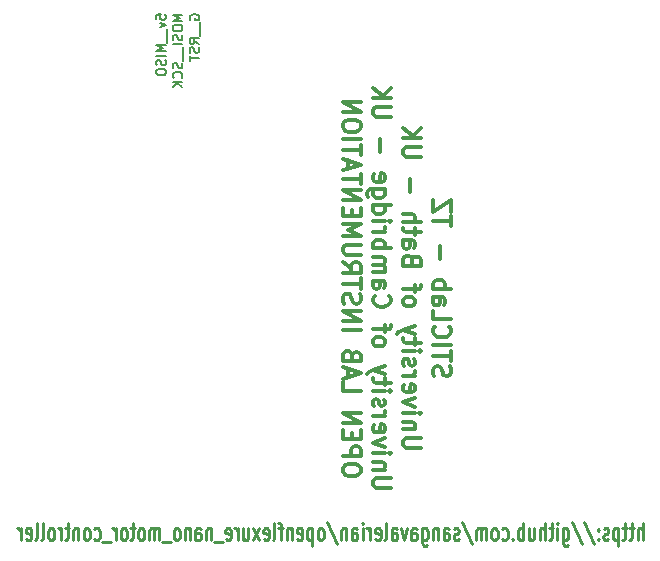
<source format=gbo>
G04 #@! TF.GenerationSoftware,KiCad,Pcbnew,5.1.5-52549c5~84~ubuntu18.04.1*
G04 #@! TF.CreationDate,2020-01-13T18:21:35+00:00*
G04 #@! TF.ProjectId,sangaboard_v0.3,73616e67-6162-46f6-9172-645f76302e33,0.3*
G04 #@! TF.SameCoordinates,Original*
G04 #@! TF.FileFunction,Legend,Bot*
G04 #@! TF.FilePolarity,Positive*
%FSLAX46Y46*%
G04 Gerber Fmt 4.6, Leading zero omitted, Abs format (unit mm)*
G04 Created by KiCad (PCBNEW 5.1.5-52549c5~84~ubuntu18.04.1) date 2020-01-13 18:21:35*
%MOMM*%
%LPD*%
G04 APERTURE LIST*
%ADD10C,0.200000*%
%ADD11C,0.250000*%
%ADD12C,0.300000*%
G04 APERTURE END LIST*
D10*
X119611904Y-47351428D02*
X119611904Y-46970476D01*
X119992857Y-46932380D01*
X119954761Y-46970476D01*
X119916666Y-47046666D01*
X119916666Y-47237142D01*
X119954761Y-47313333D01*
X119992857Y-47351428D01*
X120069047Y-47389523D01*
X120259523Y-47389523D01*
X120335714Y-47351428D01*
X120373809Y-47313333D01*
X120411904Y-47237142D01*
X120411904Y-47046666D01*
X120373809Y-46970476D01*
X120335714Y-46932380D01*
X119878571Y-47656190D02*
X120411904Y-47846666D01*
X119878571Y-48037142D01*
X120488095Y-48151428D02*
X120488095Y-48760952D01*
X120488095Y-48760952D02*
X120488095Y-49370476D01*
X120411904Y-49560952D02*
X119611904Y-49560952D01*
X120183333Y-49827619D01*
X119611904Y-50094285D01*
X120411904Y-50094285D01*
X120411904Y-50475238D02*
X119611904Y-50475238D01*
X120373809Y-50818095D02*
X120411904Y-50932380D01*
X120411904Y-51122857D01*
X120373809Y-51199047D01*
X120335714Y-51237142D01*
X120259523Y-51275238D01*
X120183333Y-51275238D01*
X120107142Y-51237142D01*
X120069047Y-51199047D01*
X120030952Y-51122857D01*
X119992857Y-50970476D01*
X119954761Y-50894285D01*
X119916666Y-50856190D01*
X119840476Y-50818095D01*
X119764285Y-50818095D01*
X119688095Y-50856190D01*
X119650000Y-50894285D01*
X119611904Y-50970476D01*
X119611904Y-51160952D01*
X119650000Y-51275238D01*
X119611904Y-51770476D02*
X119611904Y-51922857D01*
X119650000Y-51999047D01*
X119726190Y-52075238D01*
X119878571Y-52113333D01*
X120145238Y-52113333D01*
X120297619Y-52075238D01*
X120373809Y-51999047D01*
X120411904Y-51922857D01*
X120411904Y-51770476D01*
X120373809Y-51694285D01*
X120297619Y-51618095D01*
X120145238Y-51580000D01*
X119878571Y-51580000D01*
X119726190Y-51618095D01*
X119650000Y-51694285D01*
X119611904Y-51770476D01*
X121811904Y-46970476D02*
X121011904Y-46970476D01*
X121583333Y-47237142D01*
X121011904Y-47503809D01*
X121811904Y-47503809D01*
X121011904Y-48037142D02*
X121011904Y-48189523D01*
X121050000Y-48265714D01*
X121126190Y-48341904D01*
X121278571Y-48380000D01*
X121545238Y-48380000D01*
X121697619Y-48341904D01*
X121773809Y-48265714D01*
X121811904Y-48189523D01*
X121811904Y-48037142D01*
X121773809Y-47960952D01*
X121697619Y-47884761D01*
X121545238Y-47846666D01*
X121278571Y-47846666D01*
X121126190Y-47884761D01*
X121050000Y-47960952D01*
X121011904Y-48037142D01*
X121773809Y-48684761D02*
X121811904Y-48799047D01*
X121811904Y-48989523D01*
X121773809Y-49065714D01*
X121735714Y-49103809D01*
X121659523Y-49141904D01*
X121583333Y-49141904D01*
X121507142Y-49103809D01*
X121469047Y-49065714D01*
X121430952Y-48989523D01*
X121392857Y-48837142D01*
X121354761Y-48760952D01*
X121316666Y-48722857D01*
X121240476Y-48684761D01*
X121164285Y-48684761D01*
X121088095Y-48722857D01*
X121050000Y-48760952D01*
X121011904Y-48837142D01*
X121011904Y-49027619D01*
X121050000Y-49141904D01*
X121811904Y-49484761D02*
X121011904Y-49484761D01*
X121888095Y-49675238D02*
X121888095Y-50284761D01*
X121888095Y-50284761D02*
X121888095Y-50894285D01*
X121773809Y-51046666D02*
X121811904Y-51160952D01*
X121811904Y-51351428D01*
X121773809Y-51427619D01*
X121735714Y-51465714D01*
X121659523Y-51503809D01*
X121583333Y-51503809D01*
X121507142Y-51465714D01*
X121469047Y-51427619D01*
X121430952Y-51351428D01*
X121392857Y-51199047D01*
X121354761Y-51122857D01*
X121316666Y-51084761D01*
X121240476Y-51046666D01*
X121164285Y-51046666D01*
X121088095Y-51084761D01*
X121050000Y-51122857D01*
X121011904Y-51199047D01*
X121011904Y-51389523D01*
X121050000Y-51503809D01*
X121735714Y-52303809D02*
X121773809Y-52265714D01*
X121811904Y-52151428D01*
X121811904Y-52075238D01*
X121773809Y-51960952D01*
X121697619Y-51884761D01*
X121621428Y-51846666D01*
X121469047Y-51808571D01*
X121354761Y-51808571D01*
X121202380Y-51846666D01*
X121126190Y-51884761D01*
X121050000Y-51960952D01*
X121011904Y-52075238D01*
X121011904Y-52151428D01*
X121050000Y-52265714D01*
X121088095Y-52303809D01*
X121811904Y-52646666D02*
X121011904Y-52646666D01*
X121811904Y-53103809D02*
X121354761Y-52760952D01*
X121011904Y-53103809D02*
X121469047Y-52646666D01*
X122450000Y-47389523D02*
X122411904Y-47313333D01*
X122411904Y-47199047D01*
X122450000Y-47084761D01*
X122526190Y-47008571D01*
X122602380Y-46970476D01*
X122754761Y-46932380D01*
X122869047Y-46932380D01*
X123021428Y-46970476D01*
X123097619Y-47008571D01*
X123173809Y-47084761D01*
X123211904Y-47199047D01*
X123211904Y-47275238D01*
X123173809Y-47389523D01*
X123135714Y-47427619D01*
X122869047Y-47427619D01*
X122869047Y-47275238D01*
X123288095Y-47580000D02*
X123288095Y-48189523D01*
X123288095Y-48189523D02*
X123288095Y-48799047D01*
X123211904Y-49446666D02*
X122830952Y-49180000D01*
X123211904Y-48989523D02*
X122411904Y-48989523D01*
X122411904Y-49294285D01*
X122450000Y-49370476D01*
X122488095Y-49408571D01*
X122564285Y-49446666D01*
X122678571Y-49446666D01*
X122754761Y-49408571D01*
X122792857Y-49370476D01*
X122830952Y-49294285D01*
X122830952Y-48989523D01*
X123173809Y-49751428D02*
X123211904Y-49865714D01*
X123211904Y-50056190D01*
X123173809Y-50132380D01*
X123135714Y-50170476D01*
X123059523Y-50208571D01*
X122983333Y-50208571D01*
X122907142Y-50170476D01*
X122869047Y-50132380D01*
X122830952Y-50056190D01*
X122792857Y-49903809D01*
X122754761Y-49827619D01*
X122716666Y-49789523D01*
X122640476Y-49751428D01*
X122564285Y-49751428D01*
X122488095Y-49789523D01*
X122450000Y-49827619D01*
X122411904Y-49903809D01*
X122411904Y-50094285D01*
X122450000Y-50208571D01*
X122411904Y-50437142D02*
X122411904Y-50894285D01*
X123211904Y-50665714D02*
X122411904Y-50665714D01*
D11*
X160774761Y-91478571D02*
X160774761Y-89978571D01*
X160346190Y-91478571D02*
X160346190Y-90692857D01*
X160393809Y-90550000D01*
X160489047Y-90478571D01*
X160631904Y-90478571D01*
X160727142Y-90550000D01*
X160774761Y-90621428D01*
X160012857Y-90478571D02*
X159631904Y-90478571D01*
X159870000Y-89978571D02*
X159870000Y-91264285D01*
X159822380Y-91407142D01*
X159727142Y-91478571D01*
X159631904Y-91478571D01*
X159441428Y-90478571D02*
X159060476Y-90478571D01*
X159298571Y-89978571D02*
X159298571Y-91264285D01*
X159250952Y-91407142D01*
X159155714Y-91478571D01*
X159060476Y-91478571D01*
X158727142Y-90478571D02*
X158727142Y-91978571D01*
X158727142Y-90550000D02*
X158631904Y-90478571D01*
X158441428Y-90478571D01*
X158346190Y-90550000D01*
X158298571Y-90621428D01*
X158250952Y-90764285D01*
X158250952Y-91192857D01*
X158298571Y-91335714D01*
X158346190Y-91407142D01*
X158441428Y-91478571D01*
X158631904Y-91478571D01*
X158727142Y-91407142D01*
X157870000Y-91407142D02*
X157774761Y-91478571D01*
X157584285Y-91478571D01*
X157489047Y-91407142D01*
X157441428Y-91264285D01*
X157441428Y-91192857D01*
X157489047Y-91050000D01*
X157584285Y-90978571D01*
X157727142Y-90978571D01*
X157822380Y-90907142D01*
X157870000Y-90764285D01*
X157870000Y-90692857D01*
X157822380Y-90550000D01*
X157727142Y-90478571D01*
X157584285Y-90478571D01*
X157489047Y-90550000D01*
X157012857Y-91335714D02*
X156965238Y-91407142D01*
X157012857Y-91478571D01*
X157060476Y-91407142D01*
X157012857Y-91335714D01*
X157012857Y-91478571D01*
X157012857Y-90550000D02*
X156965238Y-90621428D01*
X157012857Y-90692857D01*
X157060476Y-90621428D01*
X157012857Y-90550000D01*
X157012857Y-90692857D01*
X155822380Y-89907142D02*
X156679523Y-91835714D01*
X154774761Y-89907142D02*
X155631904Y-91835714D01*
X154012857Y-90478571D02*
X154012857Y-91692857D01*
X154060476Y-91835714D01*
X154108095Y-91907142D01*
X154203333Y-91978571D01*
X154346190Y-91978571D01*
X154441428Y-91907142D01*
X154012857Y-91407142D02*
X154108095Y-91478571D01*
X154298571Y-91478571D01*
X154393809Y-91407142D01*
X154441428Y-91335714D01*
X154489047Y-91192857D01*
X154489047Y-90764285D01*
X154441428Y-90621428D01*
X154393809Y-90550000D01*
X154298571Y-90478571D01*
X154108095Y-90478571D01*
X154012857Y-90550000D01*
X153536666Y-91478571D02*
X153536666Y-90478571D01*
X153536666Y-89978571D02*
X153584285Y-90050000D01*
X153536666Y-90121428D01*
X153489047Y-90050000D01*
X153536666Y-89978571D01*
X153536666Y-90121428D01*
X153203333Y-90478571D02*
X152822380Y-90478571D01*
X153060476Y-89978571D02*
X153060476Y-91264285D01*
X153012857Y-91407142D01*
X152917619Y-91478571D01*
X152822380Y-91478571D01*
X152489047Y-91478571D02*
X152489047Y-89978571D01*
X152060476Y-91478571D02*
X152060476Y-90692857D01*
X152108095Y-90550000D01*
X152203333Y-90478571D01*
X152346190Y-90478571D01*
X152441428Y-90550000D01*
X152489047Y-90621428D01*
X151155714Y-90478571D02*
X151155714Y-91478571D01*
X151584285Y-90478571D02*
X151584285Y-91264285D01*
X151536666Y-91407142D01*
X151441428Y-91478571D01*
X151298571Y-91478571D01*
X151203333Y-91407142D01*
X151155714Y-91335714D01*
X150679523Y-91478571D02*
X150679523Y-89978571D01*
X150679523Y-90550000D02*
X150584285Y-90478571D01*
X150393809Y-90478571D01*
X150298571Y-90550000D01*
X150250952Y-90621428D01*
X150203333Y-90764285D01*
X150203333Y-91192857D01*
X150250952Y-91335714D01*
X150298571Y-91407142D01*
X150393809Y-91478571D01*
X150584285Y-91478571D01*
X150679523Y-91407142D01*
X149774761Y-91335714D02*
X149727142Y-91407142D01*
X149774761Y-91478571D01*
X149822380Y-91407142D01*
X149774761Y-91335714D01*
X149774761Y-91478571D01*
X148870000Y-91407142D02*
X148965238Y-91478571D01*
X149155714Y-91478571D01*
X149250952Y-91407142D01*
X149298571Y-91335714D01*
X149346190Y-91192857D01*
X149346190Y-90764285D01*
X149298571Y-90621428D01*
X149250952Y-90550000D01*
X149155714Y-90478571D01*
X148965238Y-90478571D01*
X148870000Y-90550000D01*
X148298571Y-91478571D02*
X148393809Y-91407142D01*
X148441428Y-91335714D01*
X148489047Y-91192857D01*
X148489047Y-90764285D01*
X148441428Y-90621428D01*
X148393809Y-90550000D01*
X148298571Y-90478571D01*
X148155714Y-90478571D01*
X148060476Y-90550000D01*
X148012857Y-90621428D01*
X147965238Y-90764285D01*
X147965238Y-91192857D01*
X148012857Y-91335714D01*
X148060476Y-91407142D01*
X148155714Y-91478571D01*
X148298571Y-91478571D01*
X147536666Y-91478571D02*
X147536666Y-90478571D01*
X147536666Y-90621428D02*
X147489047Y-90550000D01*
X147393809Y-90478571D01*
X147250952Y-90478571D01*
X147155714Y-90550000D01*
X147108095Y-90692857D01*
X147108095Y-91478571D01*
X147108095Y-90692857D02*
X147060476Y-90550000D01*
X146965238Y-90478571D01*
X146822380Y-90478571D01*
X146727142Y-90550000D01*
X146679523Y-90692857D01*
X146679523Y-91478571D01*
X145489047Y-89907142D02*
X146346190Y-91835714D01*
X145203333Y-91407142D02*
X145108095Y-91478571D01*
X144917619Y-91478571D01*
X144822380Y-91407142D01*
X144774761Y-91264285D01*
X144774761Y-91192857D01*
X144822380Y-91050000D01*
X144917619Y-90978571D01*
X145060476Y-90978571D01*
X145155714Y-90907142D01*
X145203333Y-90764285D01*
X145203333Y-90692857D01*
X145155714Y-90550000D01*
X145060476Y-90478571D01*
X144917619Y-90478571D01*
X144822380Y-90550000D01*
X143917619Y-91478571D02*
X143917619Y-90692857D01*
X143965238Y-90550000D01*
X144060476Y-90478571D01*
X144250952Y-90478571D01*
X144346190Y-90550000D01*
X143917619Y-91407142D02*
X144012857Y-91478571D01*
X144250952Y-91478571D01*
X144346190Y-91407142D01*
X144393809Y-91264285D01*
X144393809Y-91121428D01*
X144346190Y-90978571D01*
X144250952Y-90907142D01*
X144012857Y-90907142D01*
X143917619Y-90835714D01*
X143441428Y-90478571D02*
X143441428Y-91478571D01*
X143441428Y-90621428D02*
X143393809Y-90550000D01*
X143298571Y-90478571D01*
X143155714Y-90478571D01*
X143060476Y-90550000D01*
X143012857Y-90692857D01*
X143012857Y-91478571D01*
X142108095Y-90478571D02*
X142108095Y-91692857D01*
X142155714Y-91835714D01*
X142203333Y-91907142D01*
X142298571Y-91978571D01*
X142441428Y-91978571D01*
X142536666Y-91907142D01*
X142108095Y-91407142D02*
X142203333Y-91478571D01*
X142393809Y-91478571D01*
X142489047Y-91407142D01*
X142536666Y-91335714D01*
X142584285Y-91192857D01*
X142584285Y-90764285D01*
X142536666Y-90621428D01*
X142489047Y-90550000D01*
X142393809Y-90478571D01*
X142203333Y-90478571D01*
X142108095Y-90550000D01*
X141203333Y-91478571D02*
X141203333Y-90692857D01*
X141250952Y-90550000D01*
X141346190Y-90478571D01*
X141536666Y-90478571D01*
X141631904Y-90550000D01*
X141203333Y-91407142D02*
X141298571Y-91478571D01*
X141536666Y-91478571D01*
X141631904Y-91407142D01*
X141679523Y-91264285D01*
X141679523Y-91121428D01*
X141631904Y-90978571D01*
X141536666Y-90907142D01*
X141298571Y-90907142D01*
X141203333Y-90835714D01*
X140822380Y-90478571D02*
X140584285Y-91478571D01*
X140346190Y-90478571D01*
X139536666Y-91478571D02*
X139536666Y-90692857D01*
X139584285Y-90550000D01*
X139679523Y-90478571D01*
X139870000Y-90478571D01*
X139965238Y-90550000D01*
X139536666Y-91407142D02*
X139631904Y-91478571D01*
X139870000Y-91478571D01*
X139965238Y-91407142D01*
X140012857Y-91264285D01*
X140012857Y-91121428D01*
X139965238Y-90978571D01*
X139870000Y-90907142D01*
X139631904Y-90907142D01*
X139536666Y-90835714D01*
X138917619Y-91478571D02*
X139012857Y-91407142D01*
X139060476Y-91264285D01*
X139060476Y-89978571D01*
X138155714Y-91407142D02*
X138250952Y-91478571D01*
X138441428Y-91478571D01*
X138536666Y-91407142D01*
X138584285Y-91264285D01*
X138584285Y-90692857D01*
X138536666Y-90550000D01*
X138441428Y-90478571D01*
X138250952Y-90478571D01*
X138155714Y-90550000D01*
X138108095Y-90692857D01*
X138108095Y-90835714D01*
X138584285Y-90978571D01*
X137679523Y-91478571D02*
X137679523Y-90478571D01*
X137679523Y-90764285D02*
X137631904Y-90621428D01*
X137584285Y-90550000D01*
X137489047Y-90478571D01*
X137393809Y-90478571D01*
X137060476Y-91478571D02*
X137060476Y-90478571D01*
X137060476Y-89978571D02*
X137108095Y-90050000D01*
X137060476Y-90121428D01*
X137012857Y-90050000D01*
X137060476Y-89978571D01*
X137060476Y-90121428D01*
X136155714Y-91478571D02*
X136155714Y-90692857D01*
X136203333Y-90550000D01*
X136298571Y-90478571D01*
X136489047Y-90478571D01*
X136584285Y-90550000D01*
X136155714Y-91407142D02*
X136250952Y-91478571D01*
X136489047Y-91478571D01*
X136584285Y-91407142D01*
X136631904Y-91264285D01*
X136631904Y-91121428D01*
X136584285Y-90978571D01*
X136489047Y-90907142D01*
X136250952Y-90907142D01*
X136155714Y-90835714D01*
X135679523Y-90478571D02*
X135679523Y-91478571D01*
X135679523Y-90621428D02*
X135631904Y-90550000D01*
X135536666Y-90478571D01*
X135393809Y-90478571D01*
X135298571Y-90550000D01*
X135250952Y-90692857D01*
X135250952Y-91478571D01*
X134060476Y-89907142D02*
X134917619Y-91835714D01*
X133584285Y-91478571D02*
X133679523Y-91407142D01*
X133727142Y-91335714D01*
X133774761Y-91192857D01*
X133774761Y-90764285D01*
X133727142Y-90621428D01*
X133679523Y-90550000D01*
X133584285Y-90478571D01*
X133441428Y-90478571D01*
X133346190Y-90550000D01*
X133298571Y-90621428D01*
X133250952Y-90764285D01*
X133250952Y-91192857D01*
X133298571Y-91335714D01*
X133346190Y-91407142D01*
X133441428Y-91478571D01*
X133584285Y-91478571D01*
X132822380Y-90478571D02*
X132822380Y-91978571D01*
X132822380Y-90550000D02*
X132727142Y-90478571D01*
X132536666Y-90478571D01*
X132441428Y-90550000D01*
X132393809Y-90621428D01*
X132346190Y-90764285D01*
X132346190Y-91192857D01*
X132393809Y-91335714D01*
X132441428Y-91407142D01*
X132536666Y-91478571D01*
X132727142Y-91478571D01*
X132822380Y-91407142D01*
X131536666Y-91407142D02*
X131631904Y-91478571D01*
X131822380Y-91478571D01*
X131917619Y-91407142D01*
X131965238Y-91264285D01*
X131965238Y-90692857D01*
X131917619Y-90550000D01*
X131822380Y-90478571D01*
X131631904Y-90478571D01*
X131536666Y-90550000D01*
X131489047Y-90692857D01*
X131489047Y-90835714D01*
X131965238Y-90978571D01*
X131060476Y-90478571D02*
X131060476Y-91478571D01*
X131060476Y-90621428D02*
X131012857Y-90550000D01*
X130917619Y-90478571D01*
X130774761Y-90478571D01*
X130679523Y-90550000D01*
X130631904Y-90692857D01*
X130631904Y-91478571D01*
X130298571Y-90478571D02*
X129917619Y-90478571D01*
X130155714Y-91478571D02*
X130155714Y-90192857D01*
X130108095Y-90050000D01*
X130012857Y-89978571D01*
X129917619Y-89978571D01*
X129441428Y-91478571D02*
X129536666Y-91407142D01*
X129584285Y-91264285D01*
X129584285Y-89978571D01*
X128679523Y-91407142D02*
X128774761Y-91478571D01*
X128965238Y-91478571D01*
X129060476Y-91407142D01*
X129108095Y-91264285D01*
X129108095Y-90692857D01*
X129060476Y-90550000D01*
X128965238Y-90478571D01*
X128774761Y-90478571D01*
X128679523Y-90550000D01*
X128631904Y-90692857D01*
X128631904Y-90835714D01*
X129108095Y-90978571D01*
X128298571Y-91478571D02*
X127774761Y-90478571D01*
X128298571Y-90478571D02*
X127774761Y-91478571D01*
X126965238Y-90478571D02*
X126965238Y-91478571D01*
X127393809Y-90478571D02*
X127393809Y-91264285D01*
X127346190Y-91407142D01*
X127250952Y-91478571D01*
X127108095Y-91478571D01*
X127012857Y-91407142D01*
X126965238Y-91335714D01*
X126489047Y-91478571D02*
X126489047Y-90478571D01*
X126489047Y-90764285D02*
X126441428Y-90621428D01*
X126393809Y-90550000D01*
X126298571Y-90478571D01*
X126203333Y-90478571D01*
X125489047Y-91407142D02*
X125584285Y-91478571D01*
X125774761Y-91478571D01*
X125870000Y-91407142D01*
X125917619Y-91264285D01*
X125917619Y-90692857D01*
X125870000Y-90550000D01*
X125774761Y-90478571D01*
X125584285Y-90478571D01*
X125489047Y-90550000D01*
X125441428Y-90692857D01*
X125441428Y-90835714D01*
X125917619Y-90978571D01*
X125250952Y-91621428D02*
X124489047Y-91621428D01*
X124250952Y-90478571D02*
X124250952Y-91478571D01*
X124250952Y-90621428D02*
X124203333Y-90550000D01*
X124108095Y-90478571D01*
X123965238Y-90478571D01*
X123870000Y-90550000D01*
X123822380Y-90692857D01*
X123822380Y-91478571D01*
X122917619Y-91478571D02*
X122917619Y-90692857D01*
X122965238Y-90550000D01*
X123060476Y-90478571D01*
X123250952Y-90478571D01*
X123346190Y-90550000D01*
X122917619Y-91407142D02*
X123012857Y-91478571D01*
X123250952Y-91478571D01*
X123346190Y-91407142D01*
X123393809Y-91264285D01*
X123393809Y-91121428D01*
X123346190Y-90978571D01*
X123250952Y-90907142D01*
X123012857Y-90907142D01*
X122917619Y-90835714D01*
X122441428Y-90478571D02*
X122441428Y-91478571D01*
X122441428Y-90621428D02*
X122393809Y-90550000D01*
X122298571Y-90478571D01*
X122155714Y-90478571D01*
X122060476Y-90550000D01*
X122012857Y-90692857D01*
X122012857Y-91478571D01*
X121393809Y-91478571D02*
X121489047Y-91407142D01*
X121536666Y-91335714D01*
X121584285Y-91192857D01*
X121584285Y-90764285D01*
X121536666Y-90621428D01*
X121489047Y-90550000D01*
X121393809Y-90478571D01*
X121250952Y-90478571D01*
X121155714Y-90550000D01*
X121108095Y-90621428D01*
X121060476Y-90764285D01*
X121060476Y-91192857D01*
X121108095Y-91335714D01*
X121155714Y-91407142D01*
X121250952Y-91478571D01*
X121393809Y-91478571D01*
X120870000Y-91621428D02*
X120108095Y-91621428D01*
X119870000Y-91478571D02*
X119870000Y-90478571D01*
X119870000Y-90621428D02*
X119822380Y-90550000D01*
X119727142Y-90478571D01*
X119584285Y-90478571D01*
X119489047Y-90550000D01*
X119441428Y-90692857D01*
X119441428Y-91478571D01*
X119441428Y-90692857D02*
X119393809Y-90550000D01*
X119298571Y-90478571D01*
X119155714Y-90478571D01*
X119060476Y-90550000D01*
X119012857Y-90692857D01*
X119012857Y-91478571D01*
X118393809Y-91478571D02*
X118489047Y-91407142D01*
X118536666Y-91335714D01*
X118584285Y-91192857D01*
X118584285Y-90764285D01*
X118536666Y-90621428D01*
X118489047Y-90550000D01*
X118393809Y-90478571D01*
X118250952Y-90478571D01*
X118155714Y-90550000D01*
X118108095Y-90621428D01*
X118060476Y-90764285D01*
X118060476Y-91192857D01*
X118108095Y-91335714D01*
X118155714Y-91407142D01*
X118250952Y-91478571D01*
X118393809Y-91478571D01*
X117774761Y-90478571D02*
X117393809Y-90478571D01*
X117631904Y-89978571D02*
X117631904Y-91264285D01*
X117584285Y-91407142D01*
X117489047Y-91478571D01*
X117393809Y-91478571D01*
X116917619Y-91478571D02*
X117012857Y-91407142D01*
X117060476Y-91335714D01*
X117108095Y-91192857D01*
X117108095Y-90764285D01*
X117060476Y-90621428D01*
X117012857Y-90550000D01*
X116917619Y-90478571D01*
X116774761Y-90478571D01*
X116679523Y-90550000D01*
X116631904Y-90621428D01*
X116584285Y-90764285D01*
X116584285Y-91192857D01*
X116631904Y-91335714D01*
X116679523Y-91407142D01*
X116774761Y-91478571D01*
X116917619Y-91478571D01*
X116155714Y-91478571D02*
X116155714Y-90478571D01*
X116155714Y-90764285D02*
X116108095Y-90621428D01*
X116060476Y-90550000D01*
X115965238Y-90478571D01*
X115870000Y-90478571D01*
X115774761Y-91621428D02*
X115012857Y-91621428D01*
X114346190Y-91407142D02*
X114441428Y-91478571D01*
X114631904Y-91478571D01*
X114727142Y-91407142D01*
X114774761Y-91335714D01*
X114822380Y-91192857D01*
X114822380Y-90764285D01*
X114774761Y-90621428D01*
X114727142Y-90550000D01*
X114631904Y-90478571D01*
X114441428Y-90478571D01*
X114346190Y-90550000D01*
X113774761Y-91478571D02*
X113870000Y-91407142D01*
X113917619Y-91335714D01*
X113965238Y-91192857D01*
X113965238Y-90764285D01*
X113917619Y-90621428D01*
X113870000Y-90550000D01*
X113774761Y-90478571D01*
X113631904Y-90478571D01*
X113536666Y-90550000D01*
X113489047Y-90621428D01*
X113441428Y-90764285D01*
X113441428Y-91192857D01*
X113489047Y-91335714D01*
X113536666Y-91407142D01*
X113631904Y-91478571D01*
X113774761Y-91478571D01*
X113012857Y-90478571D02*
X113012857Y-91478571D01*
X113012857Y-90621428D02*
X112965238Y-90550000D01*
X112870000Y-90478571D01*
X112727142Y-90478571D01*
X112631904Y-90550000D01*
X112584285Y-90692857D01*
X112584285Y-91478571D01*
X112250952Y-90478571D02*
X111870000Y-90478571D01*
X112108095Y-89978571D02*
X112108095Y-91264285D01*
X112060476Y-91407142D01*
X111965238Y-91478571D01*
X111870000Y-91478571D01*
X111536666Y-91478571D02*
X111536666Y-90478571D01*
X111536666Y-90764285D02*
X111489047Y-90621428D01*
X111441428Y-90550000D01*
X111346190Y-90478571D01*
X111250952Y-90478571D01*
X110774761Y-91478571D02*
X110870000Y-91407142D01*
X110917619Y-91335714D01*
X110965238Y-91192857D01*
X110965238Y-90764285D01*
X110917619Y-90621428D01*
X110870000Y-90550000D01*
X110774761Y-90478571D01*
X110631904Y-90478571D01*
X110536666Y-90550000D01*
X110489047Y-90621428D01*
X110441428Y-90764285D01*
X110441428Y-91192857D01*
X110489047Y-91335714D01*
X110536666Y-91407142D01*
X110631904Y-91478571D01*
X110774761Y-91478571D01*
X109870000Y-91478571D02*
X109965238Y-91407142D01*
X110012857Y-91264285D01*
X110012857Y-89978571D01*
X109346190Y-91478571D02*
X109441428Y-91407142D01*
X109489047Y-91264285D01*
X109489047Y-89978571D01*
X108584285Y-91407142D02*
X108679523Y-91478571D01*
X108870000Y-91478571D01*
X108965238Y-91407142D01*
X109012857Y-91264285D01*
X109012857Y-90692857D01*
X108965238Y-90550000D01*
X108870000Y-90478571D01*
X108679523Y-90478571D01*
X108584285Y-90550000D01*
X108536666Y-90692857D01*
X108536666Y-90835714D01*
X109012857Y-90978571D01*
X108108095Y-91478571D02*
X108108095Y-90478571D01*
X108108095Y-90764285D02*
X108060476Y-90621428D01*
X108012857Y-90550000D01*
X107917619Y-90478571D01*
X107822380Y-90478571D01*
D12*
X143117857Y-77598571D02*
X143046428Y-77384285D01*
X143046428Y-77027142D01*
X143117857Y-76884285D01*
X143189285Y-76812857D01*
X143332142Y-76741428D01*
X143475000Y-76741428D01*
X143617857Y-76812857D01*
X143689285Y-76884285D01*
X143760714Y-77027142D01*
X143832142Y-77312857D01*
X143903571Y-77455714D01*
X143975000Y-77527142D01*
X144117857Y-77598571D01*
X144260714Y-77598571D01*
X144403571Y-77527142D01*
X144475000Y-77455714D01*
X144546428Y-77312857D01*
X144546428Y-76955714D01*
X144475000Y-76741428D01*
X144546428Y-76312857D02*
X144546428Y-75455714D01*
X143046428Y-75884285D02*
X144546428Y-75884285D01*
X143046428Y-74955714D02*
X144546428Y-74955714D01*
X143189285Y-73384285D02*
X143117857Y-73455714D01*
X143046428Y-73670000D01*
X143046428Y-73812857D01*
X143117857Y-74027142D01*
X143260714Y-74170000D01*
X143403571Y-74241428D01*
X143689285Y-74312857D01*
X143903571Y-74312857D01*
X144189285Y-74241428D01*
X144332142Y-74170000D01*
X144475000Y-74027142D01*
X144546428Y-73812857D01*
X144546428Y-73670000D01*
X144475000Y-73455714D01*
X144403571Y-73384285D01*
X143046428Y-72027142D02*
X143046428Y-72741428D01*
X144546428Y-72741428D01*
X143046428Y-70884285D02*
X143832142Y-70884285D01*
X143975000Y-70955714D01*
X144046428Y-71098571D01*
X144046428Y-71384285D01*
X143975000Y-71527142D01*
X143117857Y-70884285D02*
X143046428Y-71027142D01*
X143046428Y-71384285D01*
X143117857Y-71527142D01*
X143260714Y-71598571D01*
X143403571Y-71598571D01*
X143546428Y-71527142D01*
X143617857Y-71384285D01*
X143617857Y-71027142D01*
X143689285Y-70884285D01*
X143046428Y-70170000D02*
X144546428Y-70170000D01*
X143975000Y-70170000D02*
X144046428Y-70027142D01*
X144046428Y-69741428D01*
X143975000Y-69598571D01*
X143903571Y-69527142D01*
X143760714Y-69455714D01*
X143332142Y-69455714D01*
X143189285Y-69527142D01*
X143117857Y-69598571D01*
X143046428Y-69741428D01*
X143046428Y-70027142D01*
X143117857Y-70170000D01*
X143617857Y-67670000D02*
X143617857Y-66527142D01*
X144546428Y-64884285D02*
X144546428Y-64027142D01*
X143046428Y-64455714D02*
X144546428Y-64455714D01*
X144546428Y-63670000D02*
X144546428Y-62670000D01*
X143046428Y-63670000D01*
X143046428Y-62670000D01*
X141996428Y-83670000D02*
X140782142Y-83670000D01*
X140639285Y-83598571D01*
X140567857Y-83527142D01*
X140496428Y-83384285D01*
X140496428Y-83098571D01*
X140567857Y-82955714D01*
X140639285Y-82884285D01*
X140782142Y-82812857D01*
X141996428Y-82812857D01*
X141496428Y-82098571D02*
X140496428Y-82098571D01*
X141353571Y-82098571D02*
X141425000Y-82027142D01*
X141496428Y-81884285D01*
X141496428Y-81670000D01*
X141425000Y-81527142D01*
X141282142Y-81455714D01*
X140496428Y-81455714D01*
X140496428Y-80741428D02*
X141496428Y-80741428D01*
X141996428Y-80741428D02*
X141925000Y-80812857D01*
X141853571Y-80741428D01*
X141925000Y-80670000D01*
X141996428Y-80741428D01*
X141853571Y-80741428D01*
X141496428Y-80170000D02*
X140496428Y-79812857D01*
X141496428Y-79455714D01*
X140567857Y-78312857D02*
X140496428Y-78455714D01*
X140496428Y-78741428D01*
X140567857Y-78884285D01*
X140710714Y-78955714D01*
X141282142Y-78955714D01*
X141425000Y-78884285D01*
X141496428Y-78741428D01*
X141496428Y-78455714D01*
X141425000Y-78312857D01*
X141282142Y-78241428D01*
X141139285Y-78241428D01*
X140996428Y-78955714D01*
X140496428Y-77598571D02*
X141496428Y-77598571D01*
X141210714Y-77598571D02*
X141353571Y-77527142D01*
X141425000Y-77455714D01*
X141496428Y-77312857D01*
X141496428Y-77170000D01*
X140567857Y-76741428D02*
X140496428Y-76598571D01*
X140496428Y-76312857D01*
X140567857Y-76170000D01*
X140710714Y-76098571D01*
X140782142Y-76098571D01*
X140925000Y-76170000D01*
X140996428Y-76312857D01*
X140996428Y-76527142D01*
X141067857Y-76670000D01*
X141210714Y-76741428D01*
X141282142Y-76741428D01*
X141425000Y-76670000D01*
X141496428Y-76527142D01*
X141496428Y-76312857D01*
X141425000Y-76170000D01*
X140496428Y-75455714D02*
X141496428Y-75455714D01*
X141996428Y-75455714D02*
X141925000Y-75527142D01*
X141853571Y-75455714D01*
X141925000Y-75384285D01*
X141996428Y-75455714D01*
X141853571Y-75455714D01*
X141496428Y-74955714D02*
X141496428Y-74384285D01*
X141996428Y-74741428D02*
X140710714Y-74741428D01*
X140567857Y-74670000D01*
X140496428Y-74527142D01*
X140496428Y-74384285D01*
X141496428Y-74027142D02*
X140496428Y-73670000D01*
X141496428Y-73312857D02*
X140496428Y-73670000D01*
X140139285Y-73812857D01*
X140067857Y-73884285D01*
X139996428Y-74027142D01*
X140496428Y-71384285D02*
X140567857Y-71527142D01*
X140639285Y-71598571D01*
X140782142Y-71670000D01*
X141210714Y-71670000D01*
X141353571Y-71598571D01*
X141425000Y-71527142D01*
X141496428Y-71384285D01*
X141496428Y-71170000D01*
X141425000Y-71027142D01*
X141353571Y-70955714D01*
X141210714Y-70884285D01*
X140782142Y-70884285D01*
X140639285Y-70955714D01*
X140567857Y-71027142D01*
X140496428Y-71170000D01*
X140496428Y-71384285D01*
X141496428Y-70455714D02*
X141496428Y-69884285D01*
X140496428Y-70241428D02*
X141782142Y-70241428D01*
X141925000Y-70170000D01*
X141996428Y-70027142D01*
X141996428Y-69884285D01*
X141282142Y-67741428D02*
X141210714Y-67527142D01*
X141139285Y-67455714D01*
X140996428Y-67384285D01*
X140782142Y-67384285D01*
X140639285Y-67455714D01*
X140567857Y-67527142D01*
X140496428Y-67670000D01*
X140496428Y-68241428D01*
X141996428Y-68241428D01*
X141996428Y-67741428D01*
X141925000Y-67598571D01*
X141853571Y-67527142D01*
X141710714Y-67455714D01*
X141567857Y-67455714D01*
X141425000Y-67527142D01*
X141353571Y-67598571D01*
X141282142Y-67741428D01*
X141282142Y-68241428D01*
X140496428Y-66098571D02*
X141282142Y-66098571D01*
X141425000Y-66170000D01*
X141496428Y-66312857D01*
X141496428Y-66598571D01*
X141425000Y-66741428D01*
X140567857Y-66098571D02*
X140496428Y-66241428D01*
X140496428Y-66598571D01*
X140567857Y-66741428D01*
X140710714Y-66812857D01*
X140853571Y-66812857D01*
X140996428Y-66741428D01*
X141067857Y-66598571D01*
X141067857Y-66241428D01*
X141139285Y-66098571D01*
X141496428Y-65598571D02*
X141496428Y-65027142D01*
X141996428Y-65384285D02*
X140710714Y-65384285D01*
X140567857Y-65312857D01*
X140496428Y-65170000D01*
X140496428Y-65027142D01*
X140496428Y-64527142D02*
X141996428Y-64527142D01*
X140496428Y-63884285D02*
X141282142Y-63884285D01*
X141425000Y-63955714D01*
X141496428Y-64098571D01*
X141496428Y-64312857D01*
X141425000Y-64455714D01*
X141353571Y-64527142D01*
X141067857Y-62027142D02*
X141067857Y-60884285D01*
X141996428Y-59027142D02*
X140782142Y-59027142D01*
X140639285Y-58955714D01*
X140567857Y-58884285D01*
X140496428Y-58741428D01*
X140496428Y-58455714D01*
X140567857Y-58312857D01*
X140639285Y-58241428D01*
X140782142Y-58170000D01*
X141996428Y-58170000D01*
X140496428Y-57455714D02*
X141996428Y-57455714D01*
X140496428Y-56598571D02*
X141353571Y-57241428D01*
X141996428Y-56598571D02*
X141139285Y-57455714D01*
X139446428Y-87062857D02*
X138232142Y-87062857D01*
X138089285Y-86991428D01*
X138017857Y-86920000D01*
X137946428Y-86777142D01*
X137946428Y-86491428D01*
X138017857Y-86348571D01*
X138089285Y-86277142D01*
X138232142Y-86205714D01*
X139446428Y-86205714D01*
X138946428Y-85491428D02*
X137946428Y-85491428D01*
X138803571Y-85491428D02*
X138875000Y-85420000D01*
X138946428Y-85277142D01*
X138946428Y-85062857D01*
X138875000Y-84920000D01*
X138732142Y-84848571D01*
X137946428Y-84848571D01*
X137946428Y-84134285D02*
X138946428Y-84134285D01*
X139446428Y-84134285D02*
X139375000Y-84205714D01*
X139303571Y-84134285D01*
X139375000Y-84062857D01*
X139446428Y-84134285D01*
X139303571Y-84134285D01*
X138946428Y-83562857D02*
X137946428Y-83205714D01*
X138946428Y-82848571D01*
X138017857Y-81705714D02*
X137946428Y-81848571D01*
X137946428Y-82134285D01*
X138017857Y-82277142D01*
X138160714Y-82348571D01*
X138732142Y-82348571D01*
X138875000Y-82277142D01*
X138946428Y-82134285D01*
X138946428Y-81848571D01*
X138875000Y-81705714D01*
X138732142Y-81634285D01*
X138589285Y-81634285D01*
X138446428Y-82348571D01*
X137946428Y-80991428D02*
X138946428Y-80991428D01*
X138660714Y-80991428D02*
X138803571Y-80920000D01*
X138875000Y-80848571D01*
X138946428Y-80705714D01*
X138946428Y-80562857D01*
X138017857Y-80134285D02*
X137946428Y-79991428D01*
X137946428Y-79705714D01*
X138017857Y-79562857D01*
X138160714Y-79491428D01*
X138232142Y-79491428D01*
X138375000Y-79562857D01*
X138446428Y-79705714D01*
X138446428Y-79920000D01*
X138517857Y-80062857D01*
X138660714Y-80134285D01*
X138732142Y-80134285D01*
X138875000Y-80062857D01*
X138946428Y-79920000D01*
X138946428Y-79705714D01*
X138875000Y-79562857D01*
X137946428Y-78848571D02*
X138946428Y-78848571D01*
X139446428Y-78848571D02*
X139375000Y-78920000D01*
X139303571Y-78848571D01*
X139375000Y-78777142D01*
X139446428Y-78848571D01*
X139303571Y-78848571D01*
X138946428Y-78348571D02*
X138946428Y-77777142D01*
X139446428Y-78134285D02*
X138160714Y-78134285D01*
X138017857Y-78062857D01*
X137946428Y-77920000D01*
X137946428Y-77777142D01*
X138946428Y-77420000D02*
X137946428Y-77062857D01*
X138946428Y-76705714D02*
X137946428Y-77062857D01*
X137589285Y-77205714D01*
X137517857Y-77277142D01*
X137446428Y-77420000D01*
X137946428Y-74777142D02*
X138017857Y-74920000D01*
X138089285Y-74991428D01*
X138232142Y-75062857D01*
X138660714Y-75062857D01*
X138803571Y-74991428D01*
X138875000Y-74920000D01*
X138946428Y-74777142D01*
X138946428Y-74562857D01*
X138875000Y-74420000D01*
X138803571Y-74348571D01*
X138660714Y-74277142D01*
X138232142Y-74277142D01*
X138089285Y-74348571D01*
X138017857Y-74420000D01*
X137946428Y-74562857D01*
X137946428Y-74777142D01*
X138946428Y-73848571D02*
X138946428Y-73277142D01*
X137946428Y-73634285D02*
X139232142Y-73634285D01*
X139375000Y-73562857D01*
X139446428Y-73420000D01*
X139446428Y-73277142D01*
X138089285Y-70777142D02*
X138017857Y-70848571D01*
X137946428Y-71062857D01*
X137946428Y-71205714D01*
X138017857Y-71420000D01*
X138160714Y-71562857D01*
X138303571Y-71634285D01*
X138589285Y-71705714D01*
X138803571Y-71705714D01*
X139089285Y-71634285D01*
X139232142Y-71562857D01*
X139375000Y-71420000D01*
X139446428Y-71205714D01*
X139446428Y-71062857D01*
X139375000Y-70848571D01*
X139303571Y-70777142D01*
X137946428Y-69491428D02*
X138732142Y-69491428D01*
X138875000Y-69562857D01*
X138946428Y-69705714D01*
X138946428Y-69991428D01*
X138875000Y-70134285D01*
X138017857Y-69491428D02*
X137946428Y-69634285D01*
X137946428Y-69991428D01*
X138017857Y-70134285D01*
X138160714Y-70205714D01*
X138303571Y-70205714D01*
X138446428Y-70134285D01*
X138517857Y-69991428D01*
X138517857Y-69634285D01*
X138589285Y-69491428D01*
X137946428Y-68777142D02*
X138946428Y-68777142D01*
X138803571Y-68777142D02*
X138875000Y-68705714D01*
X138946428Y-68562857D01*
X138946428Y-68348571D01*
X138875000Y-68205714D01*
X138732142Y-68134285D01*
X137946428Y-68134285D01*
X138732142Y-68134285D02*
X138875000Y-68062857D01*
X138946428Y-67920000D01*
X138946428Y-67705714D01*
X138875000Y-67562857D01*
X138732142Y-67491428D01*
X137946428Y-67491428D01*
X137946428Y-66777142D02*
X139446428Y-66777142D01*
X138875000Y-66777142D02*
X138946428Y-66634285D01*
X138946428Y-66348571D01*
X138875000Y-66205714D01*
X138803571Y-66134285D01*
X138660714Y-66062857D01*
X138232142Y-66062857D01*
X138089285Y-66134285D01*
X138017857Y-66205714D01*
X137946428Y-66348571D01*
X137946428Y-66634285D01*
X138017857Y-66777142D01*
X137946428Y-65420000D02*
X138946428Y-65420000D01*
X138660714Y-65420000D02*
X138803571Y-65348571D01*
X138875000Y-65277142D01*
X138946428Y-65134285D01*
X138946428Y-64991428D01*
X137946428Y-64491428D02*
X138946428Y-64491428D01*
X139446428Y-64491428D02*
X139375000Y-64562857D01*
X139303571Y-64491428D01*
X139375000Y-64420000D01*
X139446428Y-64491428D01*
X139303571Y-64491428D01*
X137946428Y-63134285D02*
X139446428Y-63134285D01*
X138017857Y-63134285D02*
X137946428Y-63277142D01*
X137946428Y-63562857D01*
X138017857Y-63705714D01*
X138089285Y-63777142D01*
X138232142Y-63848571D01*
X138660714Y-63848571D01*
X138803571Y-63777142D01*
X138875000Y-63705714D01*
X138946428Y-63562857D01*
X138946428Y-63277142D01*
X138875000Y-63134285D01*
X138946428Y-61777142D02*
X137732142Y-61777142D01*
X137589285Y-61848571D01*
X137517857Y-61920000D01*
X137446428Y-62062857D01*
X137446428Y-62277142D01*
X137517857Y-62420000D01*
X138017857Y-61777142D02*
X137946428Y-61920000D01*
X137946428Y-62205714D01*
X138017857Y-62348571D01*
X138089285Y-62420000D01*
X138232142Y-62491428D01*
X138660714Y-62491428D01*
X138803571Y-62420000D01*
X138875000Y-62348571D01*
X138946428Y-62205714D01*
X138946428Y-61920000D01*
X138875000Y-61777142D01*
X138017857Y-60491428D02*
X137946428Y-60634285D01*
X137946428Y-60920000D01*
X138017857Y-61062857D01*
X138160714Y-61134285D01*
X138732142Y-61134285D01*
X138875000Y-61062857D01*
X138946428Y-60920000D01*
X138946428Y-60634285D01*
X138875000Y-60491428D01*
X138732142Y-60420000D01*
X138589285Y-60420000D01*
X138446428Y-61134285D01*
X138517857Y-58634285D02*
X138517857Y-57491428D01*
X139446428Y-55634285D02*
X138232142Y-55634285D01*
X138089285Y-55562857D01*
X138017857Y-55491428D01*
X137946428Y-55348571D01*
X137946428Y-55062857D01*
X138017857Y-54920000D01*
X138089285Y-54848571D01*
X138232142Y-54777142D01*
X139446428Y-54777142D01*
X137946428Y-54062857D02*
X139446428Y-54062857D01*
X137946428Y-53205714D02*
X138803571Y-53848571D01*
X139446428Y-53205714D02*
X138589285Y-54062857D01*
X136896428Y-85670000D02*
X136896428Y-85384285D01*
X136825000Y-85241428D01*
X136682142Y-85098571D01*
X136396428Y-85027142D01*
X135896428Y-85027142D01*
X135610714Y-85098571D01*
X135467857Y-85241428D01*
X135396428Y-85384285D01*
X135396428Y-85670000D01*
X135467857Y-85812857D01*
X135610714Y-85955714D01*
X135896428Y-86027142D01*
X136396428Y-86027142D01*
X136682142Y-85955714D01*
X136825000Y-85812857D01*
X136896428Y-85670000D01*
X135396428Y-84384285D02*
X136896428Y-84384285D01*
X136896428Y-83812857D01*
X136825000Y-83670000D01*
X136753571Y-83598571D01*
X136610714Y-83527142D01*
X136396428Y-83527142D01*
X136253571Y-83598571D01*
X136182142Y-83670000D01*
X136110714Y-83812857D01*
X136110714Y-84384285D01*
X136182142Y-82884285D02*
X136182142Y-82384285D01*
X135396428Y-82170000D02*
X135396428Y-82884285D01*
X136896428Y-82884285D01*
X136896428Y-82170000D01*
X135396428Y-81527142D02*
X136896428Y-81527142D01*
X135396428Y-80670000D01*
X136896428Y-80670000D01*
X135396428Y-78098571D02*
X135396428Y-78812857D01*
X136896428Y-78812857D01*
X135825000Y-77670000D02*
X135825000Y-76955714D01*
X135396428Y-77812857D02*
X136896428Y-77312857D01*
X135396428Y-76812857D01*
X136182142Y-75812857D02*
X136110714Y-75598571D01*
X136039285Y-75527142D01*
X135896428Y-75455714D01*
X135682142Y-75455714D01*
X135539285Y-75527142D01*
X135467857Y-75598571D01*
X135396428Y-75741428D01*
X135396428Y-76312857D01*
X136896428Y-76312857D01*
X136896428Y-75812857D01*
X136825000Y-75670000D01*
X136753571Y-75598571D01*
X136610714Y-75527142D01*
X136467857Y-75527142D01*
X136325000Y-75598571D01*
X136253571Y-75670000D01*
X136182142Y-75812857D01*
X136182142Y-76312857D01*
X135396428Y-73670000D02*
X136896428Y-73670000D01*
X135396428Y-72955714D02*
X136896428Y-72955714D01*
X135396428Y-72098571D01*
X136896428Y-72098571D01*
X135467857Y-71455714D02*
X135396428Y-71241428D01*
X135396428Y-70884285D01*
X135467857Y-70741428D01*
X135539285Y-70670000D01*
X135682142Y-70598571D01*
X135825000Y-70598571D01*
X135967857Y-70670000D01*
X136039285Y-70741428D01*
X136110714Y-70884285D01*
X136182142Y-71170000D01*
X136253571Y-71312857D01*
X136325000Y-71384285D01*
X136467857Y-71455714D01*
X136610714Y-71455714D01*
X136753571Y-71384285D01*
X136825000Y-71312857D01*
X136896428Y-71170000D01*
X136896428Y-70812857D01*
X136825000Y-70598571D01*
X136896428Y-70170000D02*
X136896428Y-69312857D01*
X135396428Y-69741428D02*
X136896428Y-69741428D01*
X135396428Y-67955714D02*
X136110714Y-68455714D01*
X135396428Y-68812857D02*
X136896428Y-68812857D01*
X136896428Y-68241428D01*
X136825000Y-68098571D01*
X136753571Y-68027142D01*
X136610714Y-67955714D01*
X136396428Y-67955714D01*
X136253571Y-68027142D01*
X136182142Y-68098571D01*
X136110714Y-68241428D01*
X136110714Y-68812857D01*
X136896428Y-67312857D02*
X135682142Y-67312857D01*
X135539285Y-67241428D01*
X135467857Y-67170000D01*
X135396428Y-67027142D01*
X135396428Y-66741428D01*
X135467857Y-66598571D01*
X135539285Y-66527142D01*
X135682142Y-66455714D01*
X136896428Y-66455714D01*
X135396428Y-65741428D02*
X136896428Y-65741428D01*
X135825000Y-65241428D01*
X136896428Y-64741428D01*
X135396428Y-64741428D01*
X136182142Y-64027142D02*
X136182142Y-63527142D01*
X135396428Y-63312857D02*
X135396428Y-64027142D01*
X136896428Y-64027142D01*
X136896428Y-63312857D01*
X135396428Y-62670000D02*
X136896428Y-62670000D01*
X135396428Y-61812857D01*
X136896428Y-61812857D01*
X136896428Y-61312857D02*
X136896428Y-60455714D01*
X135396428Y-60884285D02*
X136896428Y-60884285D01*
X135825000Y-60027142D02*
X135825000Y-59312857D01*
X135396428Y-60170000D02*
X136896428Y-59670000D01*
X135396428Y-59170000D01*
X136896428Y-58884285D02*
X136896428Y-58027142D01*
X135396428Y-58455714D02*
X136896428Y-58455714D01*
X135396428Y-57527142D02*
X136896428Y-57527142D01*
X136896428Y-56527142D02*
X136896428Y-56241428D01*
X136825000Y-56098571D01*
X136682142Y-55955714D01*
X136396428Y-55884285D01*
X135896428Y-55884285D01*
X135610714Y-55955714D01*
X135467857Y-56098571D01*
X135396428Y-56241428D01*
X135396428Y-56527142D01*
X135467857Y-56670000D01*
X135610714Y-56812857D01*
X135896428Y-56884285D01*
X136396428Y-56884285D01*
X136682142Y-56812857D01*
X136825000Y-56670000D01*
X136896428Y-56527142D01*
X135396428Y-55241428D02*
X136896428Y-55241428D01*
X135396428Y-54384285D01*
X136896428Y-54384285D01*
M02*

</source>
